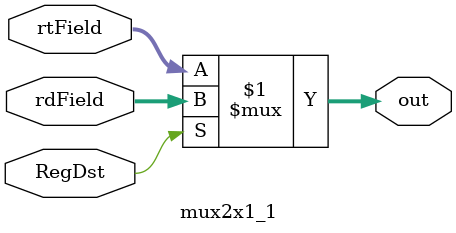
<source format=v>
module mux2x1_1 (
    input wire [4:0] rdField,
    input wire [4:0] rtField,
    input wire RegDst,
    output wire [4:0] out
);

    assign out = (RegDst) ? rdField : rtField;

endmodule



</source>
